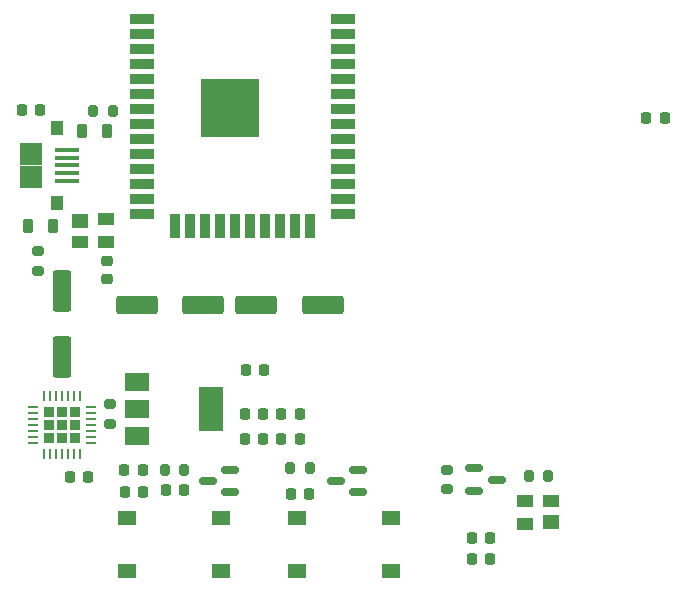
<source format=gbr>
%TF.GenerationSoftware,KiCad,Pcbnew,(5.99.0-10363-ga7f956581c)*%
%TF.CreationDate,2021-04-24T20:18:21-04:00*%
%TF.ProjectId,NTP_PPS_Board,4e54505f-5050-4535-9f42-6f6172642e6b,rev?*%
%TF.SameCoordinates,Original*%
%TF.FileFunction,Paste,Top*%
%TF.FilePolarity,Positive*%
%FSLAX46Y46*%
G04 Gerber Fmt 4.6, Leading zero omitted, Abs format (unit mm)*
G04 Created by KiCad (PCBNEW (5.99.0-10363-ga7f956581c)) date 2021-04-24 20:18:21*
%MOMM*%
%LPD*%
G01*
G04 APERTURE LIST*
G04 Aperture macros list*
%AMRoundRect*
0 Rectangle with rounded corners*
0 $1 Rounding radius*
0 $2 $3 $4 $5 $6 $7 $8 $9 X,Y pos of 4 corners*
0 Add a 4 corners polygon primitive as box body*
4,1,4,$2,$3,$4,$5,$6,$7,$8,$9,$2,$3,0*
0 Add four circle primitives for the rounded corners*
1,1,$1+$1,$2,$3*
1,1,$1+$1,$4,$5*
1,1,$1+$1,$6,$7*
1,1,$1+$1,$8,$9*
0 Add four rect primitives between the rounded corners*
20,1,$1+$1,$2,$3,$4,$5,0*
20,1,$1+$1,$4,$5,$6,$7,0*
20,1,$1+$1,$6,$7,$8,$9,0*
20,1,$1+$1,$8,$9,$2,$3,0*%
G04 Aperture macros list end*
%ADD10RoundRect,0.200000X-0.200000X-0.275000X0.200000X-0.275000X0.200000X0.275000X-0.200000X0.275000X0*%
%ADD11RoundRect,0.200000X-0.275000X0.200000X-0.275000X-0.200000X0.275000X-0.200000X0.275000X0.200000X0*%
%ADD12R,1.400000X1.200000*%
%ADD13R,1.400000X1.000000*%
%ADD14R,2.000000X0.900000*%
%ADD15R,0.900000X2.000000*%
%ADD16R,5.000000X5.000000*%
%ADD17RoundRect,0.218750X-0.218750X-0.256250X0.218750X-0.256250X0.218750X0.256250X-0.218750X0.256250X0*%
%ADD18RoundRect,0.150000X0.587500X0.150000X-0.587500X0.150000X-0.587500X-0.150000X0.587500X-0.150000X0*%
%ADD19RoundRect,0.218750X0.218750X0.381250X-0.218750X0.381250X-0.218750X-0.381250X0.218750X-0.381250X0*%
%ADD20R,1.550000X1.300000*%
%ADD21RoundRect,0.200000X0.275000X-0.200000X0.275000X0.200000X-0.275000X0.200000X-0.275000X-0.200000X0*%
%ADD22RoundRect,0.250000X-0.550000X1.500000X-0.550000X-1.500000X0.550000X-1.500000X0.550000X1.500000X0*%
%ADD23R,2.000000X1.500000*%
%ADD24R,2.000000X3.800000*%
%ADD25RoundRect,0.225000X0.225000X0.250000X-0.225000X0.250000X-0.225000X-0.250000X0.225000X-0.250000X0*%
%ADD26RoundRect,0.225000X-0.225000X-0.250000X0.225000X-0.250000X0.225000X0.250000X-0.225000X0.250000X0*%
%ADD27RoundRect,0.225000X0.225000X-0.225000X0.225000X0.225000X-0.225000X0.225000X-0.225000X-0.225000X0*%
%ADD28RoundRect,0.062500X0.062500X-0.337500X0.062500X0.337500X-0.062500X0.337500X-0.062500X-0.337500X0*%
%ADD29RoundRect,0.062500X0.337500X-0.062500X0.337500X0.062500X-0.337500X0.062500X-0.337500X-0.062500X0*%
%ADD30RoundRect,0.150000X-0.587500X-0.150000X0.587500X-0.150000X0.587500X0.150000X-0.587500X0.150000X0*%
%ADD31RoundRect,0.250000X-1.500000X-0.550000X1.500000X-0.550000X1.500000X0.550000X-1.500000X0.550000X0*%
%ADD32RoundRect,0.225000X0.250000X-0.225000X0.250000X0.225000X-0.250000X0.225000X-0.250000X-0.225000X0*%
%ADD33R,2.100000X0.400000*%
%ADD34R,1.900000X1.900000*%
%ADD35R,1.000000X1.200000*%
%ADD36RoundRect,0.200000X0.200000X0.275000X-0.200000X0.275000X-0.200000X-0.275000X0.200000X-0.275000X0*%
%ADD37RoundRect,0.218750X0.218750X0.256250X-0.218750X0.256250X-0.218750X-0.256250X0.218750X-0.256250X0*%
G04 APERTURE END LIST*
D10*
%TO.C,R1*%
X94075000Y-79000000D03*
X95725000Y-79000000D03*
%TD*%
D11*
%TO.C,R9*%
X95504000Y-105473000D03*
X95504000Y-103823000D03*
%TD*%
D12*
%TO.C,D2*%
X132800000Y-113770000D03*
D13*
X132800000Y-112050000D03*
X130600000Y-112050000D03*
X130600000Y-113950000D03*
%TD*%
D14*
%TO.C,U1*%
X98200000Y-71195000D03*
X98200000Y-72465000D03*
X98200000Y-73735000D03*
X98200000Y-75005000D03*
X98200000Y-76275000D03*
X98200000Y-77545000D03*
X98200000Y-78815000D03*
X98200000Y-80085000D03*
X98200000Y-81355000D03*
X98200000Y-82625000D03*
X98200000Y-83895000D03*
X98200000Y-85165000D03*
X98200000Y-86435000D03*
X98200000Y-87705000D03*
D15*
X100985000Y-88705000D03*
X102255000Y-88705000D03*
X103525000Y-88705000D03*
X104795000Y-88705000D03*
X106065000Y-88705000D03*
X107335000Y-88705000D03*
X108605000Y-88705000D03*
X109875000Y-88705000D03*
X111145000Y-88705000D03*
X112415000Y-88705000D03*
D14*
X115200000Y-87705000D03*
X115200000Y-86435000D03*
X115200000Y-85165000D03*
X115200000Y-83895000D03*
X115200000Y-82625000D03*
X115200000Y-81355000D03*
X115200000Y-80085000D03*
X115200000Y-78815000D03*
X115200000Y-77545000D03*
X115200000Y-76275000D03*
X115200000Y-75005000D03*
X115200000Y-73735000D03*
X115200000Y-72465000D03*
X115200000Y-71195000D03*
D16*
X105700000Y-78695000D03*
%TD*%
D17*
%TO.C,D4*%
X110012500Y-104600000D03*
X111587500Y-104600000D03*
%TD*%
D18*
%TO.C,Q3*%
X116475000Y-111250000D03*
X116475000Y-109350000D03*
X114600000Y-110300000D03*
%TD*%
D19*
%TO.C,FB2*%
X90662500Y-88700000D03*
X88537500Y-88700000D03*
%TD*%
D20*
%TO.C,SW1*%
X104875000Y-113450000D03*
X96925000Y-113450000D03*
X104875000Y-117950000D03*
X96925000Y-117950000D03*
%TD*%
%TO.C,SW2*%
X119291000Y-113450000D03*
X111341000Y-113450000D03*
X119291000Y-117950000D03*
X111341000Y-117950000D03*
%TD*%
D21*
%TO.C,R3*%
X124000000Y-111025000D03*
X124000000Y-109375000D03*
%TD*%
D22*
%TO.C,C8*%
X91440000Y-94228000D03*
X91440000Y-99828000D03*
%TD*%
D10*
%TO.C,R5*%
X100150000Y-109400000D03*
X101800000Y-109400000D03*
%TD*%
D23*
%TO.C,U3*%
X97750000Y-101900000D03*
X97750000Y-104200000D03*
D24*
X104050000Y-104200000D03*
D23*
X97750000Y-106500000D03*
%TD*%
D25*
%TO.C,R2*%
X127675000Y-116900000D03*
X126125000Y-116900000D03*
%TD*%
D26*
%TO.C,C3*%
X100225000Y-111100000D03*
X101775000Y-111100000D03*
%TD*%
D27*
%TO.C,U2*%
X92560000Y-104440000D03*
X91440000Y-105560000D03*
X92560000Y-106680000D03*
X90320000Y-106680000D03*
X91440000Y-106680000D03*
X90320000Y-105560000D03*
X92560000Y-105560000D03*
X90320000Y-104440000D03*
X91440000Y-104440000D03*
D28*
X89940000Y-108010000D03*
X90440000Y-108010000D03*
X90940000Y-108010000D03*
X91440000Y-108010000D03*
X91940000Y-108010000D03*
X92440000Y-108010000D03*
X92940000Y-108010000D03*
D29*
X93890000Y-107060000D03*
X93890000Y-106560000D03*
X93890000Y-106060000D03*
X93890000Y-105560000D03*
X93890000Y-105060000D03*
X93890000Y-104560000D03*
X93890000Y-104060000D03*
D28*
X92940000Y-103110000D03*
X92440000Y-103110000D03*
X91940000Y-103110000D03*
X91440000Y-103110000D03*
X90940000Y-103110000D03*
X90440000Y-103110000D03*
X89940000Y-103110000D03*
D29*
X88990000Y-104060000D03*
X88990000Y-104560000D03*
X88990000Y-105060000D03*
X88990000Y-105560000D03*
X88990000Y-106060000D03*
X88990000Y-106560000D03*
X88990000Y-107060000D03*
%TD*%
D18*
%TO.C,Q2*%
X105637500Y-111250000D03*
X105637500Y-109350000D03*
X103762500Y-110300000D03*
%TD*%
D19*
%TO.C,FB1*%
X95262500Y-80700000D03*
X93137500Y-80700000D03*
%TD*%
D26*
%TO.C,R8*%
X92115000Y-109960000D03*
X93665000Y-109960000D03*
%TD*%
D25*
%TO.C,C9*%
X98311000Y-111252000D03*
X96761000Y-111252000D03*
%TD*%
D26*
%TO.C,C11*%
X140925000Y-79600000D03*
X142475000Y-79600000D03*
%TD*%
%TO.C,C1*%
X89575000Y-78900000D03*
X88025000Y-78900000D03*
%TD*%
D30*
%TO.C,Q1*%
X126362500Y-109250000D03*
X126362500Y-111150000D03*
X128237500Y-110200000D03*
%TD*%
D25*
%TO.C,R11*%
X108475000Y-104600000D03*
X106925000Y-104600000D03*
%TD*%
D26*
%TO.C,C10*%
X96725000Y-109400000D03*
X98275000Y-109400000D03*
%TD*%
D31*
%TO.C,C5*%
X97784000Y-95400000D03*
X103384000Y-95400000D03*
%TD*%
D32*
%TO.C,C4*%
X95250000Y-91681000D03*
X95250000Y-93231000D03*
%TD*%
D10*
%TO.C,R4*%
X110750000Y-109200000D03*
X112400000Y-109200000D03*
%TD*%
D26*
%TO.C,C7*%
X107025000Y-100900000D03*
X108575000Y-100900000D03*
%TD*%
D33*
%TO.C,J1*%
X91850000Y-82300000D03*
X91850000Y-82950000D03*
X91850000Y-83600000D03*
X91850000Y-84250000D03*
X91850000Y-84900000D03*
D34*
X88800000Y-84600000D03*
D35*
X91050000Y-80400000D03*
X91050000Y-86800000D03*
D34*
X88800000Y-82600000D03*
%TD*%
D17*
%TO.C,D3*%
X110012500Y-106800000D03*
X111587500Y-106800000D03*
%TD*%
D25*
%TO.C,R7*%
X108475000Y-106800000D03*
X106925000Y-106800000D03*
%TD*%
D36*
%TO.C,R6*%
X132625000Y-109900000D03*
X130975000Y-109900000D03*
%TD*%
D31*
%TO.C,C6*%
X107900000Y-95400000D03*
X113500000Y-95400000D03*
%TD*%
D21*
%TO.C,R10*%
X89408000Y-92519000D03*
X89408000Y-90869000D03*
%TD*%
D37*
%TO.C,D1*%
X127687500Y-115100000D03*
X126112500Y-115100000D03*
%TD*%
D26*
%TO.C,C2*%
X112375000Y-111400000D03*
X110825000Y-111400000D03*
%TD*%
D12*
%TO.C,D5*%
X92950000Y-88330000D03*
D13*
X92950000Y-90050000D03*
X95150000Y-90050000D03*
X95150000Y-88150000D03*
%TD*%
M02*

</source>
